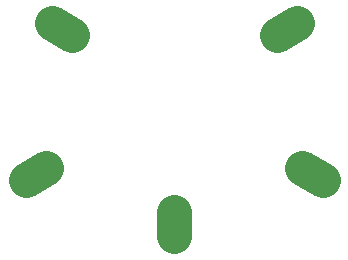
<source format=gtp>
G04 Layer: TopPasteMaskLayer*
G04 EasyEDA v6.4.25, 2022-01-20T08:00:52+08:00*
G04 0604ebae3d614f8b92c7e0483259cbfb,3b57db4a37c74da5bb1b5bc11455ab19,10*
G04 Gerber Generator version 0.2*
G04 Scale: 100 percent, Rotated: No, Reflected: No *
G04 Dimensions in millimeters *
G04 leading zeros omitted , absolute positions ,4 integer and 5 decimal *
%FSLAX45Y45*%
%MOMM*%

%ADD11C,3.0000*%

%LPD*%
D11*
X-1039228Y600011D02*
G01*
X-866025Y500011D01*
X1039228Y600011D02*
G01*
X866025Y500011D01*
X0Y-1199997D02*
G01*
X0Y-999997D01*
X1082535Y-625005D02*
G01*
X1255737Y-725004D01*
X-1082535Y-625005D02*
G01*
X-1255737Y-725004D01*
M02*

</source>
